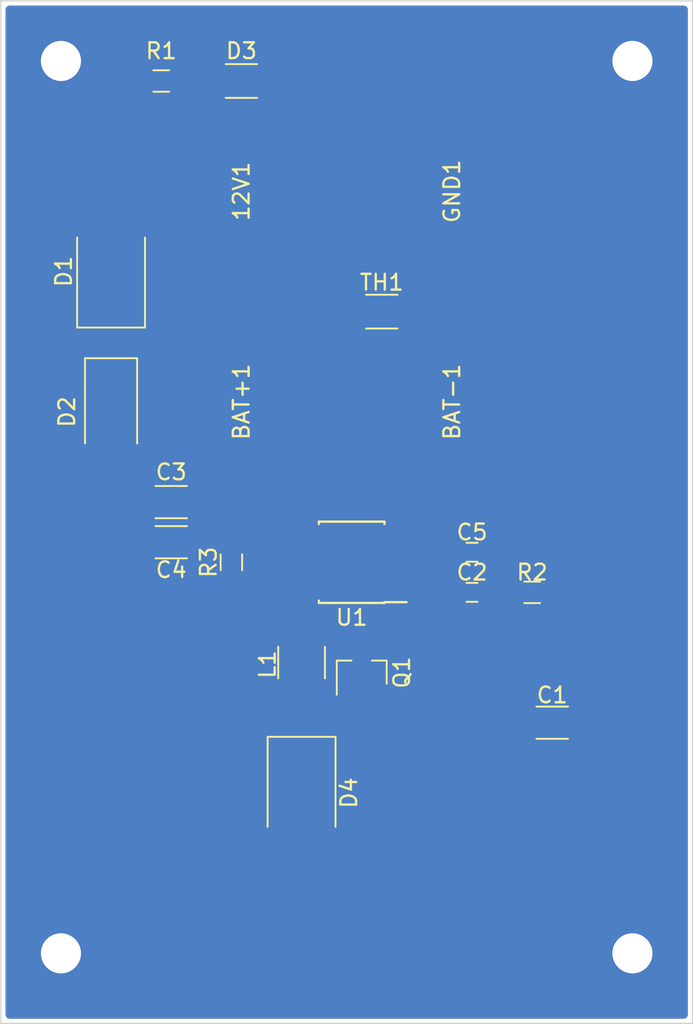
<source format=kicad_pcb>
(kicad_pcb (version 20171130) (host pcbnew 5.0.1-33cea8e~68~ubuntu16.04.1)

  (general
    (thickness 1.6)
    (drawings 4)
    (tracks 146)
    (zones 0)
    (modules 21)
    (nets 13)
  )

  (page A4)
  (layers
    (0 F.Cu signal)
    (31 B.Cu signal)
    (36 B.SilkS user)
    (37 F.SilkS user)
    (38 B.Mask user)
    (39 F.Mask user)
    (44 Edge.Cuts user)
    (45 Margin user hide)
    (46 B.CrtYd user hide)
    (47 F.CrtYd user hide)
  )

  (setup
    (last_trace_width 0.1524)
    (user_trace_width 0.25)
    (user_trace_width 0.5)
    (user_trace_width 0.75)
    (user_trace_width 1)
    (user_trace_width 1.5)
    (user_trace_width 2)
    (trace_clearance 0.1524)
    (zone_clearance 0.254)
    (zone_45_only yes)
    (trace_min 0.1524)
    (segment_width 0.2)
    (edge_width 0.1)
    (via_size 0.6858)
    (via_drill 0.3302)
    (via_min_size 0.6858)
    (via_min_drill 0.3302)
    (uvia_size 0.6858)
    (uvia_drill 0.3302)
    (uvias_allowed no)
    (uvia_min_size 0.2)
    (uvia_min_drill 0.1)
    (pcb_text_width 0.3)
    (pcb_text_size 1.5 1.5)
    (mod_edge_width 0.15)
    (mod_text_size 1 1)
    (mod_text_width 0.15)
    (pad_size 1.5 1.5)
    (pad_drill 0.6)
    (pad_to_mask_clearance 0.0508)
    (solder_mask_min_width 0.0508)
    (aux_axis_origin 0 0)
    (visible_elements FFFFFF7F)
    (pcbplotparams
      (layerselection 0x00030_80000001)
      (usegerberextensions false)
      (usegerberattributes false)
      (usegerberadvancedattributes false)
      (creategerberjobfile false)
      (excludeedgelayer true)
      (linewidth 0.500000)
      (plotframeref false)
      (viasonmask false)
      (mode 1)
      (useauxorigin false)
      (hpglpennumber 1)
      (hpglpenspeed 20)
      (hpglpendiameter 15.000000)
      (psnegative false)
      (psa4output false)
      (plotreference true)
      (plotvalue true)
      (plotinvisibletext false)
      (padsonsilk false)
      (subtractmaskfromsilk false)
      (outputformat 1)
      (mirror false)
      (drillshape 1)
      (scaleselection 1)
      (outputdirectory ""))
  )

  (net 0 "")
  (net 1 "Net-(C1-Pad1)")
  (net 2 GNDD)
  (net 3 "Net-(C2-Pad2)")
  (net 4 "Net-(C2-Pad1)")
  (net 5 BAT)
  (net 6 "Net-(D3-Pad1)")
  (net 7 "Net-(D3-Pad2)")
  (net 8 "Net-(D4-Pad1)")
  (net 9 "Net-(L1-Pad2)")
  (net 10 "Net-(Q1-Pad1)")
  (net 11 "Net-(TH1-Pad1)")
  (net 12 "Net-(12V1-Pad1)")

  (net_class Default "This is the default net class."
    (clearance 0.1524)
    (trace_width 0.1524)
    (via_dia 0.6858)
    (via_drill 0.3302)
    (uvia_dia 0.6858)
    (uvia_drill 0.3302)
    (add_net BAT)
    (add_net GNDD)
    (add_net "Net-(12V1-Pad1)")
    (add_net "Net-(C1-Pad1)")
    (add_net "Net-(C2-Pad1)")
    (add_net "Net-(C2-Pad2)")
    (add_net "Net-(D3-Pad1)")
    (add_net "Net-(D3-Pad2)")
    (add_net "Net-(D4-Pad1)")
    (add_net "Net-(L1-Pad2)")
    (add_net "Net-(Q1-Pad1)")
    (add_net "Net-(TH1-Pad1)")
  )

  (module MyKiCAD:SolderMask (layer F.Cu) (tedit 5BFE00D6) (tstamp 5BFE0646)
    (at 171.45 57.785)
    (path /5BFE0D85)
    (fp_text reference SolderMask1 (at 0 0.5) (layer F.SilkS) hide
      (effects (font (size 1 1) (thickness 0.15)))
    )
    (fp_text value TEST_1P (at 0 -0.5) (layer F.Fab)
      (effects (font (size 1 1) (thickness 0.15)))
    )
    (pad 1 smd circle (at 0 0) (size 1 1) (layers B.Cu B.Paste B.Mask)
      (net 2 GNDD))
  )

  (module TO_SOT_Packages_SMD:SOT-23 (layer F.Cu) (tedit 58CE4E7E) (tstamp 5A97A936)
    (at 151.765 99.06 90)
    (descr "SOT-23, Standard")
    (tags SOT-23)
    (path /5A9530CD)
    (attr smd)
    (fp_text reference Q1 (at 0 2.54 90) (layer F.SilkS)
      (effects (font (size 1 1) (thickness 0.15)))
    )
    (fp_text value "DMP3056L-7 " (at 0 2.5 90) (layer F.Fab)
      (effects (font (size 1 1) (thickness 0.15)))
    )
    (fp_text user %R (at 0 0 180) (layer F.Fab)
      (effects (font (size 0.5 0.5) (thickness 0.075)))
    )
    (fp_line (start -0.7 -0.95) (end -0.7 1.5) (layer F.Fab) (width 0.1))
    (fp_line (start -0.15 -1.52) (end 0.7 -1.52) (layer F.Fab) (width 0.1))
    (fp_line (start -0.7 -0.95) (end -0.15 -1.52) (layer F.Fab) (width 0.1))
    (fp_line (start 0.7 -1.52) (end 0.7 1.52) (layer F.Fab) (width 0.1))
    (fp_line (start -0.7 1.52) (end 0.7 1.52) (layer F.Fab) (width 0.1))
    (fp_line (start 0.76 1.58) (end 0.76 0.65) (layer F.SilkS) (width 0.12))
    (fp_line (start 0.76 -1.58) (end 0.76 -0.65) (layer F.SilkS) (width 0.12))
    (fp_line (start -1.7 -1.75) (end 1.7 -1.75) (layer F.CrtYd) (width 0.05))
    (fp_line (start 1.7 -1.75) (end 1.7 1.75) (layer F.CrtYd) (width 0.05))
    (fp_line (start 1.7 1.75) (end -1.7 1.75) (layer F.CrtYd) (width 0.05))
    (fp_line (start -1.7 1.75) (end -1.7 -1.75) (layer F.CrtYd) (width 0.05))
    (fp_line (start 0.76 -1.58) (end -1.4 -1.58) (layer F.SilkS) (width 0.12))
    (fp_line (start 0.76 1.58) (end -0.7 1.58) (layer F.SilkS) (width 0.12))
    (pad 1 smd rect (at -1 -0.95 90) (size 0.9 0.8) (layers F.Cu F.Paste F.Mask)
      (net 10 "Net-(Q1-Pad1)"))
    (pad 2 smd rect (at -1 0.95 90) (size 0.9 0.8) (layers F.Cu F.Paste F.Mask)
      (net 1 "Net-(C1-Pad1)"))
    (pad 3 smd rect (at 1 0 90) (size 0.9 0.8) (layers F.Cu F.Paste F.Mask)
      (net 8 "Net-(D4-Pad1)"))
    (model ${KISYS3DMOD}/TO_SOT_Packages_SMD.3dshapes/SOT-23.wrl
      (at (xyz 0 0 0))
      (scale (xyz 1 1 1))
      (rotate (xyz 0 0 0))
    )
  )

  (module Capacitors_SMD:C_1206 (layer F.Cu) (tedit 58AA84B8) (tstamp 5BFDF407)
    (at 163.83 102.235)
    (descr "Capacitor SMD 1206, reflow soldering, AVX (see smccp.pdf)")
    (tags "capacitor 1206")
    (path /5A8DD0BC)
    (attr smd)
    (fp_text reference C1 (at 0 -1.75) (layer F.SilkS)
      (effects (font (size 1 1) (thickness 0.15)))
    )
    (fp_text value 10uF/35V (at 0 2) (layer F.Fab)
      (effects (font (size 1 1) (thickness 0.15)))
    )
    (fp_text user %R (at 0 -1.75) (layer F.Fab)
      (effects (font (size 1 1) (thickness 0.15)))
    )
    (fp_line (start -1.6 0.8) (end -1.6 -0.8) (layer F.Fab) (width 0.1))
    (fp_line (start 1.6 0.8) (end -1.6 0.8) (layer F.Fab) (width 0.1))
    (fp_line (start 1.6 -0.8) (end 1.6 0.8) (layer F.Fab) (width 0.1))
    (fp_line (start -1.6 -0.8) (end 1.6 -0.8) (layer F.Fab) (width 0.1))
    (fp_line (start 1 -1.02) (end -1 -1.02) (layer F.SilkS) (width 0.12))
    (fp_line (start -1 1.02) (end 1 1.02) (layer F.SilkS) (width 0.12))
    (fp_line (start -2.25 -1.05) (end 2.25 -1.05) (layer F.CrtYd) (width 0.05))
    (fp_line (start -2.25 -1.05) (end -2.25 1.05) (layer F.CrtYd) (width 0.05))
    (fp_line (start 2.25 1.05) (end 2.25 -1.05) (layer F.CrtYd) (width 0.05))
    (fp_line (start 2.25 1.05) (end -2.25 1.05) (layer F.CrtYd) (width 0.05))
    (pad 1 smd rect (at -1.5 0) (size 1 1.6) (layers F.Cu F.Paste F.Mask)
      (net 1 "Net-(C1-Pad1)"))
    (pad 2 smd rect (at 1.5 0) (size 1 1.6) (layers F.Cu F.Paste F.Mask)
      (net 2 GNDD))
    (model Capacitors_SMD.3dshapes/C_1206.wrl
      (at (xyz 0 0 0))
      (scale (xyz 1 1 1))
      (rotate (xyz 0 0 0))
    )
  )

  (module Capacitors_SMD:C_0603 (layer F.Cu) (tedit 59958EE7) (tstamp 5A97A87F)
    (at 158.75 93.98)
    (descr "Capacitor SMD 0603, reflow soldering, AVX (see smccp.pdf)")
    (tags "capacitor 0603")
    (path /5A952A8C)
    (attr smd)
    (fp_text reference C2 (at 0 -1.27) (layer F.SilkS)
      (effects (font (size 1 1) (thickness 0.15)))
    )
    (fp_text value 0.47uF (at 0 1.5) (layer F.Fab)
      (effects (font (size 1 1) (thickness 0.15)))
    )
    (fp_line (start 1.4 0.65) (end -1.4 0.65) (layer F.CrtYd) (width 0.05))
    (fp_line (start 1.4 0.65) (end 1.4 -0.65) (layer F.CrtYd) (width 0.05))
    (fp_line (start -1.4 -0.65) (end -1.4 0.65) (layer F.CrtYd) (width 0.05))
    (fp_line (start -1.4 -0.65) (end 1.4 -0.65) (layer F.CrtYd) (width 0.05))
    (fp_line (start 0.35 0.6) (end -0.35 0.6) (layer F.SilkS) (width 0.12))
    (fp_line (start -0.35 -0.6) (end 0.35 -0.6) (layer F.SilkS) (width 0.12))
    (fp_line (start -0.8 -0.4) (end 0.8 -0.4) (layer F.Fab) (width 0.1))
    (fp_line (start 0.8 -0.4) (end 0.8 0.4) (layer F.Fab) (width 0.1))
    (fp_line (start 0.8 0.4) (end -0.8 0.4) (layer F.Fab) (width 0.1))
    (fp_line (start -0.8 0.4) (end -0.8 -0.4) (layer F.Fab) (width 0.1))
    (fp_text user %R (at 0 0) (layer F.Fab)
      (effects (font (size 0.3 0.3) (thickness 0.075)))
    )
    (pad 2 smd rect (at 0.75 0) (size 0.8 0.75) (layers F.Cu F.Paste F.Mask)
      (net 3 "Net-(C2-Pad2)"))
    (pad 1 smd rect (at -0.75 0) (size 0.8 0.75) (layers F.Cu F.Paste F.Mask)
      (net 4 "Net-(C2-Pad1)"))
    (model Capacitors_SMD.3dshapes/C_0603.wrl
      (at (xyz 0 0 0))
      (scale (xyz 1 1 1))
      (rotate (xyz 0 0 0))
    )
  )

  (module Diodes_SMD:D_SMB (layer F.Cu) (tedit 58645DF3) (tstamp 5A97A8B9)
    (at 135.89 73.66 90)
    (descr "Diode SMB (DO-214AA)")
    (tags "Diode SMB (DO-214AA)")
    (path /5A8DCFD6)
    (attr smd)
    (fp_text reference D1 (at 0 -3 90) (layer F.SilkS)
      (effects (font (size 1 1) (thickness 0.15)))
    )
    (fp_text value S3JB (at 0 3.1 90) (layer F.Fab)
      (effects (font (size 1 1) (thickness 0.15)))
    )
    (fp_text user %R (at 0 -3 90) (layer F.Fab)
      (effects (font (size 1 1) (thickness 0.15)))
    )
    (fp_line (start -3.55 -2.15) (end -3.55 2.15) (layer F.SilkS) (width 0.12))
    (fp_line (start 2.3 2) (end -2.3 2) (layer F.Fab) (width 0.1))
    (fp_line (start -2.3 2) (end -2.3 -2) (layer F.Fab) (width 0.1))
    (fp_line (start 2.3 -2) (end 2.3 2) (layer F.Fab) (width 0.1))
    (fp_line (start 2.3 -2) (end -2.3 -2) (layer F.Fab) (width 0.1))
    (fp_line (start -3.65 -2.25) (end 3.65 -2.25) (layer F.CrtYd) (width 0.05))
    (fp_line (start 3.65 -2.25) (end 3.65 2.25) (layer F.CrtYd) (width 0.05))
    (fp_line (start 3.65 2.25) (end -3.65 2.25) (layer F.CrtYd) (width 0.05))
    (fp_line (start -3.65 2.25) (end -3.65 -2.25) (layer F.CrtYd) (width 0.05))
    (fp_line (start -0.64944 0.00102) (end -1.55114 0.00102) (layer F.Fab) (width 0.1))
    (fp_line (start 0.50118 0.00102) (end 1.4994 0.00102) (layer F.Fab) (width 0.1))
    (fp_line (start -0.64944 -0.79908) (end -0.64944 0.80112) (layer F.Fab) (width 0.1))
    (fp_line (start 0.50118 0.75032) (end 0.50118 -0.79908) (layer F.Fab) (width 0.1))
    (fp_line (start -0.64944 0.00102) (end 0.50118 0.75032) (layer F.Fab) (width 0.1))
    (fp_line (start -0.64944 0.00102) (end 0.50118 -0.79908) (layer F.Fab) (width 0.1))
    (fp_line (start -3.55 2.15) (end 2.15 2.15) (layer F.SilkS) (width 0.12))
    (fp_line (start -3.55 -2.15) (end 2.15 -2.15) (layer F.SilkS) (width 0.12))
    (pad 1 smd rect (at -2.15 0 90) (size 2.5 2.3) (layers F.Cu F.Paste F.Mask)
      (net 1 "Net-(C1-Pad1)"))
    (pad 2 smd rect (at 2.15 0 90) (size 2.5 2.3) (layers F.Cu F.Paste F.Mask)
      (net 12 "Net-(12V1-Pad1)"))
    (model ${KISYS3DMOD}/Diodes_SMD.3dshapes/D_SMB.wrl
      (at (xyz 0 0 0))
      (scale (xyz 1 1 1))
      (rotate (xyz 0 0 0))
    )
  )

  (module Diodes_SMD:D_SMA (layer F.Cu) (tedit 586432E5) (tstamp 5A97A8D1)
    (at 135.89 82.55 270)
    (descr "Diode SMA (DO-214AC)")
    (tags "Diode SMA (DO-214AC)")
    (path /5A8DCE57)
    (attr smd)
    (fp_text reference D2 (at 0 2.794 270) (layer F.SilkS)
      (effects (font (size 1 1) (thickness 0.15)))
    )
    (fp_text value TPSMA6L16A (at 0 2.6 270) (layer F.Fab)
      (effects (font (size 1 1) (thickness 0.15)))
    )
    (fp_text user %R (at 0 -2.5 270) (layer F.Fab)
      (effects (font (size 1 1) (thickness 0.15)))
    )
    (fp_line (start -3.4 -1.65) (end -3.4 1.65) (layer F.SilkS) (width 0.12))
    (fp_line (start 2.3 1.5) (end -2.3 1.5) (layer F.Fab) (width 0.1))
    (fp_line (start -2.3 1.5) (end -2.3 -1.5) (layer F.Fab) (width 0.1))
    (fp_line (start 2.3 -1.5) (end 2.3 1.5) (layer F.Fab) (width 0.1))
    (fp_line (start 2.3 -1.5) (end -2.3 -1.5) (layer F.Fab) (width 0.1))
    (fp_line (start -3.5 -1.75) (end 3.5 -1.75) (layer F.CrtYd) (width 0.05))
    (fp_line (start 3.5 -1.75) (end 3.5 1.75) (layer F.CrtYd) (width 0.05))
    (fp_line (start 3.5 1.75) (end -3.5 1.75) (layer F.CrtYd) (width 0.05))
    (fp_line (start -3.5 1.75) (end -3.5 -1.75) (layer F.CrtYd) (width 0.05))
    (fp_line (start -0.64944 0.00102) (end -1.55114 0.00102) (layer F.Fab) (width 0.1))
    (fp_line (start 0.50118 0.00102) (end 1.4994 0.00102) (layer F.Fab) (width 0.1))
    (fp_line (start -0.64944 -0.79908) (end -0.64944 0.80112) (layer F.Fab) (width 0.1))
    (fp_line (start 0.50118 0.75032) (end 0.50118 -0.79908) (layer F.Fab) (width 0.1))
    (fp_line (start -0.64944 0.00102) (end 0.50118 0.75032) (layer F.Fab) (width 0.1))
    (fp_line (start -0.64944 0.00102) (end 0.50118 -0.79908) (layer F.Fab) (width 0.1))
    (fp_line (start -3.4 1.65) (end 2 1.65) (layer F.SilkS) (width 0.12))
    (fp_line (start -3.4 -1.65) (end 2 -1.65) (layer F.SilkS) (width 0.12))
    (pad 1 smd rect (at -2 0 270) (size 2.5 1.8) (layers F.Cu F.Paste F.Mask)
      (net 1 "Net-(C1-Pad1)"))
    (pad 2 smd rect (at 2 0 270) (size 2.5 1.8) (layers F.Cu F.Paste F.Mask)
      (net 2 GNDD))
    (model ${KISYS3DMOD}/Diodes_SMD.3dshapes/D_SMA.wrl
      (at (xyz 0 0 0))
      (scale (xyz 1 1 1))
      (rotate (xyz 0 0 0))
    )
  )

  (module Diodes_SMD:D_SMB (layer F.Cu) (tedit 58645DF3) (tstamp 5A97A8FC)
    (at 147.955 106.68 270)
    (descr "Diode SMB (DO-214AA)")
    (tags "Diode SMB (DO-214AA)")
    (path /5A951B97)
    (attr smd)
    (fp_text reference D4 (at 0 -3 270) (layer F.SilkS)
      (effects (font (size 1 1) (thickness 0.15)))
    )
    (fp_text value B230ADICT-ND (at 0 3.1 270) (layer F.Fab)
      (effects (font (size 1 1) (thickness 0.15)))
    )
    (fp_text user %R (at 0 -3 270) (layer F.Fab)
      (effects (font (size 1 1) (thickness 0.15)))
    )
    (fp_line (start -3.55 -2.15) (end -3.55 2.15) (layer F.SilkS) (width 0.12))
    (fp_line (start 2.3 2) (end -2.3 2) (layer F.Fab) (width 0.1))
    (fp_line (start -2.3 2) (end -2.3 -2) (layer F.Fab) (width 0.1))
    (fp_line (start 2.3 -2) (end 2.3 2) (layer F.Fab) (width 0.1))
    (fp_line (start 2.3 -2) (end -2.3 -2) (layer F.Fab) (width 0.1))
    (fp_line (start -3.65 -2.25) (end 3.65 -2.25) (layer F.CrtYd) (width 0.05))
    (fp_line (start 3.65 -2.25) (end 3.65 2.25) (layer F.CrtYd) (width 0.05))
    (fp_line (start 3.65 2.25) (end -3.65 2.25) (layer F.CrtYd) (width 0.05))
    (fp_line (start -3.65 2.25) (end -3.65 -2.25) (layer F.CrtYd) (width 0.05))
    (fp_line (start -0.64944 0.00102) (end -1.55114 0.00102) (layer F.Fab) (width 0.1))
    (fp_line (start 0.50118 0.00102) (end 1.4994 0.00102) (layer F.Fab) (width 0.1))
    (fp_line (start -0.64944 -0.79908) (end -0.64944 0.80112) (layer F.Fab) (width 0.1))
    (fp_line (start 0.50118 0.75032) (end 0.50118 -0.79908) (layer F.Fab) (width 0.1))
    (fp_line (start -0.64944 0.00102) (end 0.50118 0.75032) (layer F.Fab) (width 0.1))
    (fp_line (start -0.64944 0.00102) (end 0.50118 -0.79908) (layer F.Fab) (width 0.1))
    (fp_line (start -3.55 2.15) (end 2.15 2.15) (layer F.SilkS) (width 0.12))
    (fp_line (start -3.55 -2.15) (end 2.15 -2.15) (layer F.SilkS) (width 0.12))
    (pad 1 smd rect (at -2.15 0 270) (size 2.5 2.3) (layers F.Cu F.Paste F.Mask)
      (net 8 "Net-(D4-Pad1)"))
    (pad 2 smd rect (at 2.15 0 270) (size 2.5 2.3) (layers F.Cu F.Paste F.Mask)
      (net 2 GNDD))
    (model ${KISYS3DMOD}/Diodes_SMD.3dshapes/D_SMB.wrl
      (at (xyz 0 0 0))
      (scale (xyz 1 1 1))
      (rotate (xyz 0 0 0))
    )
  )

  (module Inductors_SMD:L_1210 (layer F.Cu) (tedit 58307C54) (tstamp 5BFDF53D)
    (at 147.955 98.425 90)
    (descr "Resistor SMD 1210, reflow soldering, Vishay (see dcrcw.pdf)")
    (tags "resistor 1210")
    (path /5A951C5E)
    (attr smd)
    (fp_text reference L1 (at -0.127 -2.159 90) (layer F.SilkS)
      (effects (font (size 1 1) (thickness 0.15)))
    )
    (fp_text value 10uH (at 0 2.7 90) (layer F.Fab)
      (effects (font (size 1 1) (thickness 0.15)))
    )
    (fp_text user %R (at 0 0 90) (layer F.Fab)
      (effects (font (size 0.5 0.5) (thickness 0.075)))
    )
    (fp_line (start -1.6 1.25) (end -1.6 -1.25) (layer F.Fab) (width 0.1))
    (fp_line (start 1.6 1.25) (end -1.6 1.25) (layer F.Fab) (width 0.1))
    (fp_line (start 1.6 -1.25) (end 1.6 1.25) (layer F.Fab) (width 0.1))
    (fp_line (start -1.6 -1.25) (end 1.6 -1.25) (layer F.Fab) (width 0.1))
    (fp_line (start -2.2 -1.6) (end 2.2 -1.6) (layer F.CrtYd) (width 0.05))
    (fp_line (start -2.2 1.6) (end 2.2 1.6) (layer F.CrtYd) (width 0.05))
    (fp_line (start -2.2 -1.6) (end -2.2 1.6) (layer F.CrtYd) (width 0.05))
    (fp_line (start 2.2 -1.6) (end 2.2 1.6) (layer F.CrtYd) (width 0.05))
    (fp_line (start 1 1.48) (end -1 1.48) (layer F.SilkS) (width 0.12))
    (fp_line (start -1 -1.48) (end 1 -1.48) (layer F.SilkS) (width 0.12))
    (pad 1 smd rect (at -1.45 0 90) (size 0.9 2.5) (layers F.Cu F.Paste F.Mask)
      (net 8 "Net-(D4-Pad1)"))
    (pad 2 smd rect (at 1.45 0 90) (size 0.9 2.5) (layers F.Cu F.Paste F.Mask)
      (net 9 "Net-(L1-Pad2)"))
    (model ${KISYS3DMOD}/Inductors_SMD.3dshapes/L_1210.wrl
      (at (xyz 0 0 0))
      (scale (xyz 1 1 1))
      (rotate (xyz 0 0 0))
    )
  )

  (module Resistors_SMD:R_0603 (layer F.Cu) (tedit 58E0A804) (tstamp 5A97A947)
    (at 139.065 61.595)
    (descr "Resistor SMD 0603, reflow soldering, Vishay (see dcrcw.pdf)")
    (tags "resistor 0603")
    (path /5A951B08)
    (attr smd)
    (fp_text reference R1 (at 0 -1.905) (layer F.SilkS)
      (effects (font (size 1 1) (thickness 0.15)))
    )
    (fp_text value 1k (at 0 1.5) (layer F.Fab)
      (effects (font (size 1 1) (thickness 0.15)))
    )
    (fp_text user %R (at 0 0) (layer F.Fab)
      (effects (font (size 0.4 0.4) (thickness 0.075)))
    )
    (fp_line (start -0.8 0.4) (end -0.8 -0.4) (layer F.Fab) (width 0.1))
    (fp_line (start 0.8 0.4) (end -0.8 0.4) (layer F.Fab) (width 0.1))
    (fp_line (start 0.8 -0.4) (end 0.8 0.4) (layer F.Fab) (width 0.1))
    (fp_line (start -0.8 -0.4) (end 0.8 -0.4) (layer F.Fab) (width 0.1))
    (fp_line (start 0.5 0.68) (end -0.5 0.68) (layer F.SilkS) (width 0.12))
    (fp_line (start -0.5 -0.68) (end 0.5 -0.68) (layer F.SilkS) (width 0.12))
    (fp_line (start -1.25 -0.7) (end 1.25 -0.7) (layer F.CrtYd) (width 0.05))
    (fp_line (start -1.25 -0.7) (end -1.25 0.7) (layer F.CrtYd) (width 0.05))
    (fp_line (start 1.25 0.7) (end 1.25 -0.7) (layer F.CrtYd) (width 0.05))
    (fp_line (start 1.25 0.7) (end -1.25 0.7) (layer F.CrtYd) (width 0.05))
    (pad 1 smd rect (at -0.75 0) (size 0.5 0.9) (layers F.Cu F.Paste F.Mask)
      (net 5 BAT))
    (pad 2 smd rect (at 0.75 0) (size 0.5 0.9) (layers F.Cu F.Paste F.Mask)
      (net 7 "Net-(D3-Pad2)"))
    (model ${KISYS3DMOD}/Resistors_SMD.3dshapes/R_0603.wrl
      (at (xyz 0 0 0))
      (scale (xyz 1 1 1))
      (rotate (xyz 0 0 0))
    )
  )

  (module Resistors_SMD:R_0603 (layer F.Cu) (tedit 58E0A804) (tstamp 5A97A958)
    (at 162.56 93.98 180)
    (descr "Resistor SMD 0603, reflow soldering, Vishay (see dcrcw.pdf)")
    (tags "resistor 0603")
    (path /5A952AFE)
    (attr smd)
    (fp_text reference R2 (at 0 1.27 180) (layer F.SilkS)
      (effects (font (size 1 1) (thickness 0.15)))
    )
    (fp_text value 2.2k (at 0 1.5 180) (layer F.Fab)
      (effects (font (size 1 1) (thickness 0.15)))
    )
    (fp_text user %R (at 0 0 180) (layer F.Fab)
      (effects (font (size 0.4 0.4) (thickness 0.075)))
    )
    (fp_line (start -0.8 0.4) (end -0.8 -0.4) (layer F.Fab) (width 0.1))
    (fp_line (start 0.8 0.4) (end -0.8 0.4) (layer F.Fab) (width 0.1))
    (fp_line (start 0.8 -0.4) (end 0.8 0.4) (layer F.Fab) (width 0.1))
    (fp_line (start -0.8 -0.4) (end 0.8 -0.4) (layer F.Fab) (width 0.1))
    (fp_line (start 0.5 0.68) (end -0.5 0.68) (layer F.SilkS) (width 0.12))
    (fp_line (start -0.5 -0.68) (end 0.5 -0.68) (layer F.SilkS) (width 0.12))
    (fp_line (start -1.25 -0.7) (end 1.25 -0.7) (layer F.CrtYd) (width 0.05))
    (fp_line (start -1.25 -0.7) (end -1.25 0.7) (layer F.CrtYd) (width 0.05))
    (fp_line (start 1.25 0.7) (end 1.25 -0.7) (layer F.CrtYd) (width 0.05))
    (fp_line (start 1.25 0.7) (end -1.25 0.7) (layer F.CrtYd) (width 0.05))
    (pad 1 smd rect (at -0.75 0 180) (size 0.5 0.9) (layers F.Cu F.Paste F.Mask)
      (net 2 GNDD))
    (pad 2 smd rect (at 0.75 0 180) (size 0.5 0.9) (layers F.Cu F.Paste F.Mask)
      (net 3 "Net-(C2-Pad2)"))
    (model ${KISYS3DMOD}/Resistors_SMD.3dshapes/R_0603.wrl
      (at (xyz 0 0 0))
      (scale (xyz 1 1 1))
      (rotate (xyz 0 0 0))
    )
  )

  (module Resistors_SMD:R_0603 (layer F.Cu) (tedit 58E0A804) (tstamp 5A97A969)
    (at 143.51 92.075 90)
    (descr "Resistor SMD 0603, reflow soldering, Vishay (see dcrcw.pdf)")
    (tags "resistor 0603")
    (path /5A951DA0)
    (attr smd)
    (fp_text reference R3 (at 0 -1.45 90) (layer F.SilkS)
      (effects (font (size 1 1) (thickness 0.15)))
    )
    (fp_text value 0.15/1% (at 0 1.5 90) (layer F.Fab)
      (effects (font (size 1 1) (thickness 0.15)))
    )
    (fp_text user %R (at 0 0 90) (layer F.Fab)
      (effects (font (size 0.4 0.4) (thickness 0.075)))
    )
    (fp_line (start -0.8 0.4) (end -0.8 -0.4) (layer F.Fab) (width 0.1))
    (fp_line (start 0.8 0.4) (end -0.8 0.4) (layer F.Fab) (width 0.1))
    (fp_line (start 0.8 -0.4) (end 0.8 0.4) (layer F.Fab) (width 0.1))
    (fp_line (start -0.8 -0.4) (end 0.8 -0.4) (layer F.Fab) (width 0.1))
    (fp_line (start 0.5 0.68) (end -0.5 0.68) (layer F.SilkS) (width 0.12))
    (fp_line (start -0.5 -0.68) (end 0.5 -0.68) (layer F.SilkS) (width 0.12))
    (fp_line (start -1.25 -0.7) (end 1.25 -0.7) (layer F.CrtYd) (width 0.05))
    (fp_line (start -1.25 -0.7) (end -1.25 0.7) (layer F.CrtYd) (width 0.05))
    (fp_line (start 1.25 0.7) (end 1.25 -0.7) (layer F.CrtYd) (width 0.05))
    (fp_line (start 1.25 0.7) (end -1.25 0.7) (layer F.CrtYd) (width 0.05))
    (pad 1 smd rect (at -0.75 0 90) (size 0.5 0.9) (layers F.Cu F.Paste F.Mask)
      (net 9 "Net-(L1-Pad2)"))
    (pad 2 smd rect (at 0.75 0 90) (size 0.5 0.9) (layers F.Cu F.Paste F.Mask)
      (net 5 BAT))
    (model ${KISYS3DMOD}/Resistors_SMD.3dshapes/R_0603.wrl
      (at (xyz 0 0 0))
      (scale (xyz 1 1 1))
      (rotate (xyz 0 0 0))
    )
  )

  (module Capacitors_SMD:C_0603 (layer F.Cu) (tedit 59958EE7) (tstamp 5A97B22F)
    (at 158.75 91.44)
    (descr "Capacitor SMD 0603, reflow soldering, AVX (see smccp.pdf)")
    (tags "capacitor 0603")
    (path /5A956177)
    (attr smd)
    (fp_text reference C5 (at 0 -1.27) (layer F.SilkS)
      (effects (font (size 1 1) (thickness 0.15)))
    )
    (fp_text value 100n (at 0 1.5) (layer F.Fab)
      (effects (font (size 1 1) (thickness 0.15)))
    )
    (fp_line (start 1.4 0.65) (end -1.4 0.65) (layer F.CrtYd) (width 0.05))
    (fp_line (start 1.4 0.65) (end 1.4 -0.65) (layer F.CrtYd) (width 0.05))
    (fp_line (start -1.4 -0.65) (end -1.4 0.65) (layer F.CrtYd) (width 0.05))
    (fp_line (start -1.4 -0.65) (end 1.4 -0.65) (layer F.CrtYd) (width 0.05))
    (fp_line (start 0.35 0.6) (end -0.35 0.6) (layer F.SilkS) (width 0.12))
    (fp_line (start -0.35 -0.6) (end 0.35 -0.6) (layer F.SilkS) (width 0.12))
    (fp_line (start -0.8 -0.4) (end 0.8 -0.4) (layer F.Fab) (width 0.1))
    (fp_line (start 0.8 -0.4) (end 0.8 0.4) (layer F.Fab) (width 0.1))
    (fp_line (start 0.8 0.4) (end -0.8 0.4) (layer F.Fab) (width 0.1))
    (fp_line (start -0.8 0.4) (end -0.8 -0.4) (layer F.Fab) (width 0.1))
    (fp_text user %R (at 0 0) (layer F.Fab)
      (effects (font (size 0.3 0.3) (thickness 0.075)))
    )
    (pad 2 smd rect (at 0.75 0) (size 0.8 0.75) (layers F.Cu F.Paste F.Mask)
      (net 2 GNDD))
    (pad 1 smd rect (at -0.75 0) (size 0.8 0.75) (layers F.Cu F.Paste F.Mask)
      (net 1 "Net-(C1-Pad1)"))
    (model Capacitors_SMD.3dshapes/C_0603.wrl
      (at (xyz 0 0 0))
      (scale (xyz 1 1 1))
      (rotate (xyz 0 0 0))
    )
  )

  (module Capacitors_SMD:C_1206 (layer F.Cu) (tedit 58AA84B8) (tstamp 5A97B816)
    (at 139.7 88.265 180)
    (descr "Capacitor SMD 1206, reflow soldering, AVX (see smccp.pdf)")
    (tags "capacitor 1206")
    (path /5A951A62)
    (attr smd)
    (fp_text reference C3 (at 0 1.905 180) (layer F.SilkS)
      (effects (font (size 1 1) (thickness 0.15)))
    )
    (fp_text value 10uF/35V (at 0 2 180) (layer F.Fab)
      (effects (font (size 1 1) (thickness 0.15)))
    )
    (fp_text user %R (at 0 -1.75 180) (layer F.Fab)
      (effects (font (size 1 1) (thickness 0.15)))
    )
    (fp_line (start -1.6 0.8) (end -1.6 -0.8) (layer F.Fab) (width 0.1))
    (fp_line (start 1.6 0.8) (end -1.6 0.8) (layer F.Fab) (width 0.1))
    (fp_line (start 1.6 -0.8) (end 1.6 0.8) (layer F.Fab) (width 0.1))
    (fp_line (start -1.6 -0.8) (end 1.6 -0.8) (layer F.Fab) (width 0.1))
    (fp_line (start 1 -1.02) (end -1 -1.02) (layer F.SilkS) (width 0.12))
    (fp_line (start -1 1.02) (end 1 1.02) (layer F.SilkS) (width 0.12))
    (fp_line (start -2.25 -1.05) (end 2.25 -1.05) (layer F.CrtYd) (width 0.05))
    (fp_line (start -2.25 -1.05) (end -2.25 1.05) (layer F.CrtYd) (width 0.05))
    (fp_line (start 2.25 1.05) (end 2.25 -1.05) (layer F.CrtYd) (width 0.05))
    (fp_line (start 2.25 1.05) (end -2.25 1.05) (layer F.CrtYd) (width 0.05))
    (pad 1 smd rect (at -1.5 0 180) (size 1 1.6) (layers F.Cu F.Paste F.Mask)
      (net 5 BAT))
    (pad 2 smd rect (at 1.5 0 180) (size 1 1.6) (layers F.Cu F.Paste F.Mask)
      (net 2 GNDD))
    (model Capacitors_SMD.3dshapes/C_1206.wrl
      (at (xyz 0 0 0))
      (scale (xyz 1 1 1))
      (rotate (xyz 0 0 0))
    )
  )

  (module Capacitors_SMD:C_1206 (layer F.Cu) (tedit 58AA84B8) (tstamp 5A97B826)
    (at 139.7 90.805 180)
    (descr "Capacitor SMD 1206, reflow soldering, AVX (see smccp.pdf)")
    (tags "capacitor 1206")
    (path /5A9519B9)
    (attr smd)
    (fp_text reference C4 (at 0 -1.75 180) (layer F.SilkS)
      (effects (font (size 1 1) (thickness 0.15)))
    )
    (fp_text value 10uF/35V (at 0 2 180) (layer F.Fab)
      (effects (font (size 1 1) (thickness 0.15)))
    )
    (fp_text user %R (at 0 -1.75 180) (layer F.Fab)
      (effects (font (size 1 1) (thickness 0.15)))
    )
    (fp_line (start -1.6 0.8) (end -1.6 -0.8) (layer F.Fab) (width 0.1))
    (fp_line (start 1.6 0.8) (end -1.6 0.8) (layer F.Fab) (width 0.1))
    (fp_line (start 1.6 -0.8) (end 1.6 0.8) (layer F.Fab) (width 0.1))
    (fp_line (start -1.6 -0.8) (end 1.6 -0.8) (layer F.Fab) (width 0.1))
    (fp_line (start 1 -1.02) (end -1 -1.02) (layer F.SilkS) (width 0.12))
    (fp_line (start -1 1.02) (end 1 1.02) (layer F.SilkS) (width 0.12))
    (fp_line (start -2.25 -1.05) (end 2.25 -1.05) (layer F.CrtYd) (width 0.05))
    (fp_line (start -2.25 -1.05) (end -2.25 1.05) (layer F.CrtYd) (width 0.05))
    (fp_line (start 2.25 1.05) (end 2.25 -1.05) (layer F.CrtYd) (width 0.05))
    (fp_line (start 2.25 1.05) (end -2.25 1.05) (layer F.CrtYd) (width 0.05))
    (pad 1 smd rect (at -1.5 0 180) (size 1 1.6) (layers F.Cu F.Paste F.Mask)
      (net 5 BAT))
    (pad 2 smd rect (at 1.5 0 180) (size 1 1.6) (layers F.Cu F.Paste F.Mask)
      (net 2 GNDD))
    (model Capacitors_SMD.3dshapes/C_1206.wrl
      (at (xyz 0 0 0))
      (scale (xyz 1 1 1))
      (rotate (xyz 0 0 0))
    )
  )

  (module MyKiCAD:TerminalPad3x8 (layer F.Cu) (tedit 5A950A85) (tstamp 5A980A88)
    (at 147.32 68.58)
    (path /5A954668)
    (fp_text reference 12V1 (at -3.175 0 90) (layer F.SilkS)
      (effects (font (size 1 1) (thickness 0.15)))
    )
    (fp_text value TEST_1P (at 0 -0.5) (layer F.Fab)
      (effects (font (size 1 1) (thickness 0.15)))
    )
    (pad 1 smd rect (at 0 0) (size 3 8) (layers F.Cu F.Paste F.Mask)
      (net 12 "Net-(12V1-Pad1)"))
  )

  (module MyKiCAD:TerminalPad3x8 (layer F.Cu) (tedit 5A950A85) (tstamp 5A980A8C)
    (at 147.32 81.915)
    (path /5A9547F7)
    (fp_text reference BAT+1 (at -3.175 0 90) (layer F.SilkS)
      (effects (font (size 1 1) (thickness 0.15)))
    )
    (fp_text value TEST_1P (at 0 -0.5) (layer F.Fab)
      (effects (font (size 1 1) (thickness 0.15)))
    )
    (pad 1 smd rect (at 0 0) (size 3 8) (layers F.Cu F.Paste F.Mask)
      (net 5 BAT))
  )

  (module MyKiCAD:TerminalPad3x8 (layer F.Cu) (tedit 5A950A85) (tstamp 5A980A90)
    (at 154.305 81.915)
    (path /5A9548A9)
    (fp_text reference BAT-1 (at 3.175 0 90) (layer F.SilkS)
      (effects (font (size 1 1) (thickness 0.15)))
    )
    (fp_text value TEST_1P (at 0 -0.5) (layer F.Fab)
      (effects (font (size 1 1) (thickness 0.15)))
    )
    (pad 1 smd rect (at 0 0) (size 3 8) (layers F.Cu F.Paste F.Mask)
      (net 2 GNDD))
  )

  (module MyKiCAD:TerminalPad3x8 (layer F.Cu) (tedit 5A950A85) (tstamp 5A980A94)
    (at 154.305 68.58)
    (path /5A954755)
    (fp_text reference GND1 (at 3.175 0 90) (layer F.SilkS)
      (effects (font (size 1 1) (thickness 0.15)))
    )
    (fp_text value TEST_1P (at 0 -0.5) (layer F.Fab)
      (effects (font (size 1 1) (thickness 0.15)))
    )
    (pad 1 smd rect (at 0 0) (size 3 8) (layers F.Cu F.Paste F.Mask)
      (net 2 GNDD))
  )

  (module Housings_SOIC:SOIC-8_3.9x4.9mm_Pitch1.27mm (layer F.Cu) (tedit 58CD0CDA) (tstamp 5A95E54E)
    (at 151.13 92.075 180)
    (descr "8-Lead Plastic Small Outline (SN) - Narrow, 3.90 mm Body [SOIC] (see Microchip Packaging Specification 00000049BS.pdf)")
    (tags "SOIC 1.27")
    (path /5A951902)
    (attr smd)
    (fp_text reference U1 (at 0 -3.5 180) (layer F.SilkS)
      (effects (font (size 1 1) (thickness 0.15)))
    )
    (fp_text value LTC4002 (at 0 3.5 180) (layer F.Fab)
      (effects (font (size 1 1) (thickness 0.15)))
    )
    (fp_text user %R (at 0 0 180) (layer F.Fab)
      (effects (font (size 1 1) (thickness 0.15)))
    )
    (fp_line (start -0.95 -2.45) (end 1.95 -2.45) (layer F.Fab) (width 0.1))
    (fp_line (start 1.95 -2.45) (end 1.95 2.45) (layer F.Fab) (width 0.1))
    (fp_line (start 1.95 2.45) (end -1.95 2.45) (layer F.Fab) (width 0.1))
    (fp_line (start -1.95 2.45) (end -1.95 -1.45) (layer F.Fab) (width 0.1))
    (fp_line (start -1.95 -1.45) (end -0.95 -2.45) (layer F.Fab) (width 0.1))
    (fp_line (start -3.73 -2.7) (end -3.73 2.7) (layer F.CrtYd) (width 0.05))
    (fp_line (start 3.73 -2.7) (end 3.73 2.7) (layer F.CrtYd) (width 0.05))
    (fp_line (start -3.73 -2.7) (end 3.73 -2.7) (layer F.CrtYd) (width 0.05))
    (fp_line (start -3.73 2.7) (end 3.73 2.7) (layer F.CrtYd) (width 0.05))
    (fp_line (start -2.075 -2.575) (end -2.075 -2.525) (layer F.SilkS) (width 0.15))
    (fp_line (start 2.075 -2.575) (end 2.075 -2.43) (layer F.SilkS) (width 0.15))
    (fp_line (start 2.075 2.575) (end 2.075 2.43) (layer F.SilkS) (width 0.15))
    (fp_line (start -2.075 2.575) (end -2.075 2.43) (layer F.SilkS) (width 0.15))
    (fp_line (start -2.075 -2.575) (end 2.075 -2.575) (layer F.SilkS) (width 0.15))
    (fp_line (start -2.075 2.575) (end 2.075 2.575) (layer F.SilkS) (width 0.15))
    (fp_line (start -2.075 -2.525) (end -3.475 -2.525) (layer F.SilkS) (width 0.15))
    (pad 1 smd rect (at -2.7 -1.905 180) (size 1.55 0.6) (layers F.Cu F.Paste F.Mask)
      (net 4 "Net-(C2-Pad1)"))
    (pad 2 smd rect (at -2.7 -0.635 180) (size 1.55 0.6) (layers F.Cu F.Paste F.Mask)
      (net 1 "Net-(C1-Pad1)"))
    (pad 3 smd rect (at -2.7 0.635 180) (size 1.55 0.6) (layers F.Cu F.Paste F.Mask)
      (net 10 "Net-(Q1-Pad1)"))
    (pad 4 smd rect (at -2.7 1.905 180) (size 1.55 0.6) (layers F.Cu F.Paste F.Mask)
      (net 2 GNDD))
    (pad 5 smd rect (at 2.7 1.905 180) (size 1.55 0.6) (layers F.Cu F.Paste F.Mask)
      (net 6 "Net-(D3-Pad1)"))
    (pad 6 smd rect (at 2.7 0.635 180) (size 1.55 0.6) (layers F.Cu F.Paste F.Mask)
      (net 5 BAT))
    (pad 7 smd rect (at 2.7 -0.635 180) (size 1.55 0.6) (layers F.Cu F.Paste F.Mask)
      (net 9 "Net-(L1-Pad2)"))
    (pad 8 smd rect (at 2.7 -1.905 180) (size 1.55 0.6) (layers F.Cu F.Paste F.Mask)
      (net 11 "Net-(TH1-Pad1)"))
    (model ${KISYS3DMOD}/Housings_SOIC.3dshapes/SOIC-8_3.9x4.9mm_Pitch1.27mm.wrl
      (at (xyz 0 0 0))
      (scale (xyz 1 1 1))
      (rotate (xyz 0 0 0))
    )
  )

  (module Resistors_SMD:R_1206_HandSoldering (layer F.Cu) (tedit 58E0A804) (tstamp 5A95EDB7)
    (at 144.145 61.595 180)
    (descr "Resistor SMD 1206, hand soldering")
    (tags "resistor 1206")
    (path /5A951D34)
    (attr smd)
    (fp_text reference D3 (at 0 1.905 180) (layer F.SilkS)
      (effects (font (size 1 1) (thickness 0.15)))
    )
    (fp_text value LED (at 0 1.9 180) (layer F.Fab)
      (effects (font (size 1 1) (thickness 0.15)))
    )
    (fp_text user %R (at 0 0 180) (layer F.Fab)
      (effects (font (size 0.7 0.7) (thickness 0.105)))
    )
    (fp_line (start -1.6 0.8) (end -1.6 -0.8) (layer F.Fab) (width 0.1))
    (fp_line (start 1.6 0.8) (end -1.6 0.8) (layer F.Fab) (width 0.1))
    (fp_line (start 1.6 -0.8) (end 1.6 0.8) (layer F.Fab) (width 0.1))
    (fp_line (start -1.6 -0.8) (end 1.6 -0.8) (layer F.Fab) (width 0.1))
    (fp_line (start 1 1.07) (end -1 1.07) (layer F.SilkS) (width 0.12))
    (fp_line (start -1 -1.07) (end 1 -1.07) (layer F.SilkS) (width 0.12))
    (fp_line (start -3.25 -1.11) (end 3.25 -1.11) (layer F.CrtYd) (width 0.05))
    (fp_line (start -3.25 -1.11) (end -3.25 1.1) (layer F.CrtYd) (width 0.05))
    (fp_line (start 3.25 1.1) (end 3.25 -1.11) (layer F.CrtYd) (width 0.05))
    (fp_line (start 3.25 1.1) (end -3.25 1.1) (layer F.CrtYd) (width 0.05))
    (pad 1 smd rect (at -2 0 180) (size 2 1.7) (layers F.Cu F.Paste F.Mask)
      (net 6 "Net-(D3-Pad1)"))
    (pad 2 smd rect (at 2 0 180) (size 2 1.7) (layers F.Cu F.Paste F.Mask)
      (net 7 "Net-(D3-Pad2)"))
    (model ${KISYS3DMOD}/Resistors_SMD.3dshapes/R_1206.wrl
      (at (xyz 0 0 0))
      (scale (xyz 1 1 1))
      (rotate (xyz 0 0 0))
    )
  )

  (module Resistors_SMD:R_1206_HandSoldering (layer F.Cu) (tedit 58E0A804) (tstamp 5A95EF05)
    (at 153.035 76.2)
    (descr "Resistor SMD 1206, hand soldering")
    (tags "resistor 1206")
    (path /5A951E62)
    (attr smd)
    (fp_text reference TH1 (at 0 -1.85) (layer F.SilkS)
      (effects (font (size 1 1) (thickness 0.15)))
    )
    (fp_text value 10k/B3380 (at 0 1.9) (layer F.Fab)
      (effects (font (size 1 1) (thickness 0.15)))
    )
    (fp_text user %R (at 0 0) (layer F.Fab)
      (effects (font (size 0.7 0.7) (thickness 0.105)))
    )
    (fp_line (start -1.6 0.8) (end -1.6 -0.8) (layer F.Fab) (width 0.1))
    (fp_line (start 1.6 0.8) (end -1.6 0.8) (layer F.Fab) (width 0.1))
    (fp_line (start 1.6 -0.8) (end 1.6 0.8) (layer F.Fab) (width 0.1))
    (fp_line (start -1.6 -0.8) (end 1.6 -0.8) (layer F.Fab) (width 0.1))
    (fp_line (start 1 1.07) (end -1 1.07) (layer F.SilkS) (width 0.12))
    (fp_line (start -1 -1.07) (end 1 -1.07) (layer F.SilkS) (width 0.12))
    (fp_line (start -3.25 -1.11) (end 3.25 -1.11) (layer F.CrtYd) (width 0.05))
    (fp_line (start -3.25 -1.11) (end -3.25 1.1) (layer F.CrtYd) (width 0.05))
    (fp_line (start 3.25 1.1) (end 3.25 -1.11) (layer F.CrtYd) (width 0.05))
    (fp_line (start 3.25 1.1) (end -3.25 1.1) (layer F.CrtYd) (width 0.05))
    (pad 1 smd rect (at -2 0) (size 2 1.7) (layers F.Cu F.Paste F.Mask)
      (net 11 "Net-(TH1-Pad1)"))
    (pad 2 smd rect (at 2 0) (size 2 1.7) (layers F.Cu F.Paste F.Mask)
      (net 2 GNDD))
    (model ${KISYS3DMOD}/Resistors_SMD.3dshapes/R_1206.wrl
      (at (xyz 0 0 0))
      (scale (xyz 1 1 1))
      (rotate (xyz 0 0 0))
    )
  )

  (gr_line (start 128.905 121.285) (end 128.905 56.515) (layer Edge.Cuts) (width 0.1))
  (gr_line (start 172.72 121.285) (end 128.905 121.285) (layer Edge.Cuts) (width 0.1))
  (gr_line (start 172.72 56.515) (end 172.72 121.285) (layer Edge.Cuts) (width 0.1))
  (gr_line (start 128.905 56.515) (end 172.72 56.515) (layer Edge.Cuts) (width 0.1) (tstamp 5BFDFBA3))

  (segment (start 153.83 92.71) (end 152.4 92.71) (width 0.5) (layer F.Cu) (net 1))
  (segment (start 154.305 95.25) (end 154.305 100.33) (width 0.5) (layer F.Cu) (net 1) (tstamp 5A95E5D7))
  (segment (start 152.4 95.25) (end 154.305 95.25) (width 0.5) (layer F.Cu) (net 1) (tstamp 5A95E5D6))
  (segment (start 152.4 92.71) (end 152.4 95.25) (width 0.5) (layer F.Cu) (net 1) (tstamp 5A95E5D5))
  (segment (start 135.89 78.105) (end 135.89 80.55) (width 1) (layer F.Cu) (net 1))
  (segment (start 135.89 75.81) (end 135.89 78.105) (width 1.5) (layer F.Cu) (net 1))
  (segment (start 152.715 100.06) (end 154.305 100.06) (width 0.5) (layer F.Cu) (net 1))
  (segment (start 154.305 100.06) (end 154.305 100.33) (width 0.5) (layer F.Cu) (net 1) (tstamp 5A97B692))
  (segment (start 162.33 102.235) (end 154.305 102.235) (width 1) (layer F.Cu) (net 1) (status 10))
  (segment (start 153.67 92.71) (end 154.83 92.71) (width 0.5) (layer F.Cu) (net 1))
  (segment (start 154.83 92.71) (end 156.21 92.71) (width 0.5) (layer F.Cu) (net 1))
  (segment (start 157.48 91.44) (end 158 91.44) (width 0.5) (layer F.Cu) (net 1) (tstamp 5A97B5D4))
  (segment (start 156.21 92.71) (end 157.48 91.44) (width 0.5) (layer F.Cu) (net 1) (tstamp 5A97B5D3))
  (segment (start 154.305 103.38741) (end 154.305 102.235) (width 1) (layer F.Cu) (net 1))
  (segment (start 154.305 104.53982) (end 154.305 103.38741) (width 1) (layer F.Cu) (net 1))
  (segment (start 154.305 100.33) (end 154.305 104.53982) (width 1) (layer F.Cu) (net 1))
  (segment (start 152.4 106.68) (end 154.305 104.775) (width 1) (layer F.Cu) (net 1))
  (segment (start 144.78 99.06) (end 144.78 105.41) (width 1) (layer F.Cu) (net 1))
  (segment (start 140.97 95.25) (end 144.78 99.06) (width 1) (layer F.Cu) (net 1))
  (segment (start 154.305 104.775) (end 154.305 104.53982) (width 1) (layer F.Cu) (net 1))
  (segment (start 144.78 105.41) (end 146.05 106.68) (width 1) (layer F.Cu) (net 1))
  (segment (start 135.89 78.105) (end 139.7 78.105) (width 1) (layer F.Cu) (net 1))
  (segment (start 139.7 78.105) (end 139.7 92.075) (width 1) (layer F.Cu) (net 1))
  (segment (start 146.05 106.68) (end 152.4 106.68) (width 1) (layer F.Cu) (net 1))
  (segment (start 139.7 92.075) (end 140.97 93.345) (width 1) (layer F.Cu) (net 1))
  (segment (start 140.97 93.345) (end 140.97 95.25) (width 1) (layer F.Cu) (net 1))
  (segment (start 153.83 90.17) (end 170.815 90.17) (width 0.5) (layer F.Cu) (net 2))
  (segment (start 163.195 76.2) (end 163.195 68.58) (width 0.5) (layer F.Cu) (net 2))
  (segment (start 163.195 68.58) (end 154.305 68.58) (width 2) (layer F.Cu) (net 2))
  (segment (start 135.89 84.55) (end 135.89 87.63) (width 1) (layer F.Cu) (net 2))
  (segment (start 135.89 87.63) (end 135.89 86.995) (width 1.5) (layer F.Cu) (net 2) (tstamp 5A980CDC))
  (segment (start 135.89 86.995) (end 135.89 88.265) (width 1) (layer F.Cu) (net 2) (tstamp 5A980CC5))
  (segment (start 170.815 81.915) (end 170.815 76.2) (width 1) (layer F.Cu) (net 2))
  (segment (start 163.195 76.2) (end 154.77 76.2) (width 0.5) (layer F.Cu) (net 2) (tstamp 5A95C8F0))
  (segment (start 170.815 90.17) (end 170.815 81.915) (width 1) (layer F.Cu) (net 2))
  (segment (start 170.815 81.915) (end 154.305 81.915) (width 1) (layer F.Cu) (net 2))
  (segment (start 154.94 80.985) (end 154.94 81.915) (width 0.5) (layer F.Cu) (net 2) (tstamp 5A97BCB6))
  (segment (start 170.815 91.44) (end 170.815 90.17) (width 1) (layer F.Cu) (net 2))
  (segment (start 170.815 93.98) (end 170.815 91.44) (width 1) (layer F.Cu) (net 2))
  (segment (start 170.815 102.235) (end 170.815 93.98) (width 1) (layer F.Cu) (net 2))
  (segment (start 170.815 107.95) (end 170.815 102.235) (width 1) (layer F.Cu) (net 2))
  (segment (start 130.81 88.265) (end 130.81 90.805) (width 1) (layer F.Cu) (net 2))
  (segment (start 130.81 90.805) (end 138.2 90.805) (width 1) (layer F.Cu) (net 2))
  (segment (start 130.81 88.265) (end 135.89 88.265) (width 1) (layer F.Cu) (net 2))
  (segment (start 135.89 88.265) (end 138.2 88.265) (width 1) (layer F.Cu) (net 2) (tstamp 5A980B60))
  (segment (start 165.33 102.235) (end 170.815 102.235) (width 1) (layer F.Cu) (net 2) (status 10))
  (segment (start 163.31 93.98) (end 170.815 93.98) (width 0.5) (layer F.Cu) (net 2) (status 10))
  (segment (start 163.31 93.98) (end 170.815 93.98) (width 0.5) (layer F.Cu) (net 2) (status 10))
  (segment (start 159.5 91.44) (end 170.815 91.44) (width 0.5) (layer F.Cu) (net 2))
  (segment (start 159.5 91.44) (end 170.815 91.44) (width 0.5) (layer F.Cu) (net 2))
  (segment (start 170.815 107.95) (end 170.815 90.17) (width 0.5) (layer F.Cu) (net 2))
  (segment (start 170.815 113.665) (end 170.815 107.95) (width 1) (layer F.Cu) (net 2) (tstamp 5BFDEC79))
  (via (at 168.91 116.84) (size 2.794) (drill 2.54) (layers F.Cu B.Cu) (net 2))
  (via (at 132.715 116.84) (size 2.794) (drill 2.54) (layers F.Cu B.Cu) (net 2) (tstamp 5BFDED85))
  (via (at 168.91 60.325) (size 2.794) (drill 2.54) (layers F.Cu B.Cu) (net 2) (tstamp 5BFDF343))
  (via (at 132.715 60.325) (size 2.794) (drill 2.54) (layers F.Cu B.Cu) (net 2) (tstamp 5BFDF358))
  (segment (start 147.955 111.08) (end 147.955 119.38) (width 1) (layer F.Cu) (net 2))
  (segment (start 147.955 108.83) (end 147.955 111.08) (width 1) (layer F.Cu) (net 2))
  (segment (start 147.955 119.38) (end 170.815 119.38) (width 1) (layer F.Cu) (net 2))
  (segment (start 130.81 119.38) (end 147.955 119.38) (width 1) (layer F.Cu) (net 2))
  (segment (start 168.91 116.84) (end 170.815 116.84) (width 1) (layer F.Cu) (net 2))
  (segment (start 170.815 116.84) (end 170.815 113.665) (width 1) (layer F.Cu) (net 2))
  (segment (start 170.815 119.38) (end 170.815 116.84) (width 1) (layer F.Cu) (net 2))
  (segment (start 132.715 116.84) (end 130.81 116.84) (width 1) (layer F.Cu) (net 2))
  (segment (start 130.81 116.84) (end 130.81 119.38) (width 1) (layer F.Cu) (net 2))
  (segment (start 130.81 90.805) (end 130.81 116.84) (width 1) (layer F.Cu) (net 2))
  (segment (start 168.91 62.300656) (end 168.91 76.2) (width 1) (layer F.Cu) (net 2))
  (segment (start 168.91 60.325) (end 168.91 62.300656) (width 1) (layer F.Cu) (net 2))
  (segment (start 168.91 76.2) (end 163.195 76.2) (width 0.5) (layer F.Cu) (net 2))
  (segment (start 170.815 76.2) (end 168.91 76.2) (width 0.5) (layer F.Cu) (net 2))
  (segment (start 130.81 88.265) (end 130.81 60.325) (width 1) (layer F.Cu) (net 2))
  (segment (start 130.81 60.325) (end 132.715 60.325) (width 1) (layer F.Cu) (net 2))
  (segment (start 168.91 57.785) (end 168.91 60.325) (width 0.1524) (layer B.Cu) (net 2))
  (segment (start 171.45 57.785) (end 168.91 57.785) (width 0.1524) (layer B.Cu) (net 2))
  (segment (start 159.5 93.98) (end 161.81 93.98) (width 0.5) (layer F.Cu) (net 3) (status 20))
  (segment (start 153.83 93.98) (end 158 93.98) (width 0.5) (layer F.Cu) (net 4) (status 20))
  (segment (start 148.43 91.44) (end 146.05 91.44) (width 0.5) (layer F.Cu) (net 5))
  (segment (start 144.145 90.805) (end 145.415 90.805) (width 0.5) (layer F.Cu) (net 5) (tstamp 5A95E5EC))
  (segment (start 144.145 90.805) (end 143.625 91.325) (width 0.5) (layer F.Cu) (net 5) (tstamp 5A95E5EB))
  (segment (start 146.05 91.44) (end 145.415 90.805) (width 0.5) (layer F.Cu) (net 5) (tstamp 5A95E5F3))
  (segment (start 143.51 91.325) (end 143.625 91.325) (width 0.5) (layer F.Cu) (net 5))
  (segment (start 141.2 88.265) (end 142.875 88.265) (width 1) (layer F.Cu) (net 5))
  (segment (start 142.875 88.265) (end 142.875 90.17) (width 1) (layer F.Cu) (net 5) (tstamp 5A980B5C))
  (segment (start 146.05 81.915) (end 146.05 80.645) (width 0.25) (layer F.Cu) (net 5))
  (segment (start 146.685 81.915) (end 146.685 79.375) (width 0.5) (layer F.Cu) (net 5))
  (segment (start 141.2 90.805) (end 142.875 90.805) (width 1) (layer F.Cu) (net 5))
  (segment (start 142.875 90.805) (end 142.875 90.17) (width 1) (layer F.Cu) (net 5))
  (segment (start 143.395 91.325) (end 142.875 90.805) (width 0.5) (layer F.Cu) (net 5) (tstamp 5A97B13A))
  (segment (start 143.51 91.325) (end 143.395 91.325) (width 0.5) (layer F.Cu) (net 5))
  (segment (start 142.875 88.265) (end 146.685 88.265) (width 1) (layer F.Cu) (net 5))
  (segment (start 147.32 87.63) (end 147.32 81.915) (width 1) (layer F.Cu) (net 5))
  (segment (start 146.685 88.265) (end 147.32 87.63) (width 1) (layer F.Cu) (net 5))
  (segment (start 149.225 63.5) (end 137.795 63.5) (width 0.5) (layer F.Cu) (net 5))
  (segment (start 147.32 81.915) (end 147.32 74.93) (width 0.5) (layer F.Cu) (net 5))
  (segment (start 149.86 64.135) (end 149.225 63.5) (width 0.5) (layer F.Cu) (net 5))
  (segment (start 147.32 74.93) (end 149.86 72.39) (width 0.5) (layer F.Cu) (net 5))
  (segment (start 149.86 72.39) (end 149.86 64.135) (width 0.5) (layer F.Cu) (net 5))
  (segment (start 138.315 61.595) (end 137.795 61.595) (width 0.5) (layer F.Cu) (net 5))
  (segment (start 137.795 61.595) (end 137.16 62.23) (width 0.5) (layer F.Cu) (net 5))
  (segment (start 137.16 62.23) (end 137.16 62.865) (width 0.5) (layer F.Cu) (net 5))
  (segment (start 137.16 62.865) (end 137.795 63.5) (width 0.5) (layer F.Cu) (net 5))
  (segment (start 149.86 78.105) (end 149.225 77.47) (width 0.5) (layer F.Cu) (net 6))
  (segment (start 148.43 90.17) (end 149.86 90.17) (width 0.5) (layer F.Cu) (net 6))
  (segment (start 149.86 90.17) (end 149.86 88.9) (width 0.5) (layer F.Cu) (net 6))
  (segment (start 149.86 88.9) (end 149.86 78.105) (width 0.5) (layer F.Cu) (net 6) (tstamp 5A980AAD))
  (segment (start 148.59 75.565) (end 151.13 73.025) (width 0.5) (layer F.Cu) (net 6) (tstamp 5A95EF2F))
  (segment (start 148.59 76.835) (end 148.59 75.565) (width 0.5) (layer F.Cu) (net 6) (tstamp 5A95EF2E))
  (segment (start 149.225 77.47) (end 148.59 76.835) (width 0.5) (layer F.Cu) (net 6) (tstamp 5A95EF2D))
  (segment (start 146.05 61.595) (end 149.225 61.595) (width 0.5) (layer F.Cu) (net 6) (tstamp 5A95CE92) (status 10))
  (segment (start 151.13 73.025) (end 151.13 64.77) (width 0.5) (layer F.Cu) (net 6) (tstamp 5A95EF32))
  (segment (start 151.13 63.5) (end 151.13 64.77) (width 0.5) (layer F.Cu) (net 6) (tstamp 5A97BCB1))
  (segment (start 151.13 63.5) (end 149.225 61.595) (width 0.5) (layer F.Cu) (net 6))
  (segment (start 139.942 61.595) (end 142.24 61.595) (width 0.5) (layer F.Cu) (net 7))
  (segment (start 151.765 101.6) (end 151.765 98.06) (width 0.5) (layer F.Cu) (net 8))
  (segment (start 147.955 104.53) (end 147.955 101.6) (width 1) (layer F.Cu) (net 8))
  (segment (start 151.765 101.6) (end 147.955 101.6) (width 1) (layer F.Cu) (net 8))
  (segment (start 147.955 99.875) (end 147.955 101.6) (width 1) (layer F.Cu) (net 8))
  (segment (start 148.43 92.71) (end 146.05 92.71) (width 0.5) (layer F.Cu) (net 9))
  (segment (start 144.145 93.345) (end 145.415 93.345) (width 0.5) (layer F.Cu) (net 9) (tstamp 5A95E5F0))
  (segment (start 144.145 93.345) (end 143.625 92.825) (width 0.5) (layer F.Cu) (net 9) (tstamp 5A95E5EF))
  (segment (start 146.05 92.71) (end 145.415 93.345) (width 0.5) (layer F.Cu) (net 9) (tstamp 5A95E5F6))
  (segment (start 143.51 92.825) (end 143.625 92.825) (width 0.5) (layer F.Cu) (net 9))
  (segment (start 142.875 93.345) (end 143.395 92.825) (width 0.5) (layer F.Cu) (net 9) (tstamp 5A97B719))
  (segment (start 143.51 92.825) (end 143.395 92.825) (width 0.5) (layer F.Cu) (net 9))
  (segment (start 147.955 95.525) (end 147.68 95.25) (width 1) (layer F.Cu) (net 9))
  (segment (start 147.955 96.975) (end 147.955 95.525) (width 1) (layer F.Cu) (net 9))
  (segment (start 147.68 95.25) (end 143.51 95.25) (width 1) (layer F.Cu) (net 9))
  (segment (start 142.875 94.615) (end 142.875 93.345) (width 1) (layer F.Cu) (net 9))
  (segment (start 143.51 95.25) (end 142.875 94.615) (width 1) (layer F.Cu) (net 9))
  (segment (start 153.83 91.44) (end 152.4 91.44) (width 0.5) (layer F.Cu) (net 10))
  (segment (start 150.495 96.52) (end 150.495 99.74) (width 0.5) (layer F.Cu) (net 10) (tstamp 5A95E5DD))
  (segment (start 151.13 95.885) (end 150.495 96.52) (width 0.5) (layer F.Cu) (net 10) (tstamp 5A95E5DC))
  (segment (start 151.13 92.71) (end 151.13 95.885) (width 0.5) (layer F.Cu) (net 10) (tstamp 5A95E5DB))
  (segment (start 152.4 91.44) (end 151.13 92.71) (width 0.5) (layer F.Cu) (net 10) (tstamp 5A95E5DA))
  (segment (start 150.495 99.74) (end 150.815 100.06) (width 0.5) (layer F.Cu) (net 10) (tstamp 5A95E5DE))
  (segment (start 151.13 90.17) (end 151.13 89.535) (width 0.5) (layer F.Cu) (net 11))
  (segment (start 151.765 76.2) (end 151.13 76.835) (width 0.5) (layer F.Cu) (net 11) (tstamp 5A980ACC))
  (segment (start 151.13 76.835) (end 151.13 85.09) (width 0.5) (layer F.Cu) (net 11) (tstamp 5A980ACD))
  (segment (start 151.13 89.535) (end 151.13 85.09) (width 0.5) (layer F.Cu) (net 11) (tstamp 5A97BA7C))
  (segment (start 149.86 93.98) (end 149.86 93.345) (width 0.5) (layer F.Cu) (net 11) (tstamp 5A95E5E1))
  (segment (start 149.86 93.345) (end 149.86 91.44) (width 0.5) (layer F.Cu) (net 11) (tstamp 5A95E5E2))
  (segment (start 149.86 91.44) (end 151.13 90.17) (width 0.5) (layer F.Cu) (net 11) (tstamp 5A95E5E3))
  (segment (start 149.86 93.98) (end 148.43 93.98) (width 0.5) (layer F.Cu) (net 11))
  (segment (start 135.89 71.51) (end 135.89 68.58) (width 1.5) (layer F.Cu) (net 12))
  (segment (start 137.16 68.58) (end 135.89 68.58) (width 2) (layer F.Cu) (net 12))
  (segment (start 147.32 68.58) (end 137.16 68.58) (width 2) (layer F.Cu) (net 12))

  (zone (net 2) (net_name GNDD) (layer B.Cu) (tstamp 0) (hatch edge 0.508)
    (connect_pads yes (clearance 0.254))
    (min_thickness 0.508)
    (fill yes (arc_segments 16) (thermal_gap 0.254) (thermal_bridge_width 0.508))
    (polygon
      (pts
        (xy 128.905 56.515) (xy 172.72 56.515) (xy 172.72 121.285) (xy 128.905 121.285)
      )
    )
    (filled_polygon
      (pts
        (xy 172.162001 120.727) (xy 129.463 120.727) (xy 129.463 57.073) (xy 172.162 57.073)
      )
    )
  )
  (zone (net 2) (net_name GNDD) (layer F.Cu) (tstamp 0) (hatch edge 0.508)
    (connect_pads no (clearance 0.254))
    (min_thickness 0.508)
    (fill yes (arc_segments 16) (thermal_gap 0.254) (thermal_bridge_width 0.508))
    (polygon
      (pts
        (xy 128.905 56.515) (xy 172.72 56.515) (xy 172.72 121.285) (xy 128.905 121.285)
      )
    )
    (filled_polygon
      (pts
        (xy 172.162001 120.727) (xy 129.463 120.727) (xy 129.463 83.3) (xy 134.472048 83.3) (xy 134.472048 85.8)
        (xy 134.511475 85.998212) (xy 134.623753 86.166247) (xy 134.791788 86.278525) (xy 134.99 86.317952) (xy 136.79 86.317952)
        (xy 136.988212 86.278525) (xy 137.156247 86.166247) (xy 137.268525 85.998212) (xy 137.307952 85.8) (xy 137.307952 83.3)
        (xy 137.268525 83.101788) (xy 137.156247 82.933753) (xy 136.988212 82.821475) (xy 136.79 82.782048) (xy 134.99 82.782048)
        (xy 134.791788 82.821475) (xy 134.623753 82.933753) (xy 134.511475 83.101788) (xy 134.472048 83.3) (xy 129.463 83.3)
        (xy 129.463 70.26) (xy 134.222048 70.26) (xy 134.222048 72.76) (xy 134.261475 72.958212) (xy 134.373753 73.126247)
        (xy 134.541788 73.238525) (xy 134.74 73.277952) (xy 137.04 73.277952) (xy 137.238212 73.238525) (xy 137.406247 73.126247)
        (xy 137.518525 72.958212) (xy 137.557952 72.76) (xy 137.557952 70.26) (xy 137.523739 70.088) (xy 145.302048 70.088)
        (xy 145.302048 72.58) (xy 145.341475 72.778212) (xy 145.453753 72.946247) (xy 145.621788 73.058525) (xy 145.82 73.097952)
        (xy 148.080074 73.097952) (xy 146.836801 74.341226) (xy 146.773514 74.383513) (xy 146.731227 74.4468) (xy 146.731224 74.446803)
        (xy 146.60598 74.634244) (xy 146.547151 74.93) (xy 146.562001 75.004657) (xy 146.562001 77.397048) (xy 145.82 77.397048)
        (xy 145.621788 77.436475) (xy 145.453753 77.548753) (xy 145.341475 77.716788) (xy 145.302048 77.915) (xy 145.302048 85.915)
        (xy 145.341475 86.113212) (xy 145.453753 86.281247) (xy 145.621788 86.393525) (xy 145.82 86.432952) (xy 146.312 86.432952)
        (xy 146.312 87.212473) (xy 146.267474 87.257) (xy 142.974274 87.257) (xy 142.875 87.237253) (xy 142.775726 87.257)
        (xy 142.171985 87.257) (xy 142.066247 87.098753) (xy 141.898212 86.986475) (xy 141.7 86.947048) (xy 140.708 86.947048)
        (xy 140.708 78.204274) (xy 140.727747 78.105) (xy 140.649514 77.711698) (xy 140.426727 77.378273) (xy 140.093302 77.155486)
        (xy 139.799274 77.097) (xy 139.7 77.077253) (xy 139.600726 77.097) (xy 137.550592 77.097) (xy 137.557952 77.06)
        (xy 137.557952 74.56) (xy 137.518525 74.361788) (xy 137.406247 74.193753) (xy 137.238212 74.081475) (xy 137.04 74.042048)
        (xy 134.74 74.042048) (xy 134.541788 74.081475) (xy 134.373753 74.193753) (xy 134.261475 74.361788) (xy 134.222048 74.56)
        (xy 134.222048 77.06) (xy 134.261475 77.258212) (xy 134.373753 77.426247) (xy 134.541788 77.538525) (xy 134.632001 77.55647)
        (xy 134.632001 78.228898) (xy 134.704992 78.595847) (xy 134.848248 78.810244) (xy 134.791788 78.821475) (xy 134.623753 78.933753)
        (xy 134.511475 79.101788) (xy 134.472048 79.3) (xy 134.472048 81.8) (xy 134.511475 81.998212) (xy 134.623753 82.166247)
        (xy 134.791788 82.278525) (xy 134.99 82.317952) (xy 136.79 82.317952) (xy 136.988212 82.278525) (xy 137.156247 82.166247)
        (xy 137.268525 81.998212) (xy 137.307952 81.8) (xy 137.307952 79.3) (xy 137.270755 79.113) (xy 138.692 79.113)
        (xy 138.692001 86.947048) (xy 137.7 86.947048) (xy 137.501788 86.986475) (xy 137.333753 87.098753) (xy 137.221475 87.266788)
        (xy 137.182048 87.465) (xy 137.182048 89.065) (xy 137.221475 89.263212) (xy 137.333753 89.431247) (xy 137.48903 89.535)
        (xy 137.333753 89.638753) (xy 137.221475 89.806788) (xy 137.182048 90.005) (xy 137.182048 91.605) (xy 137.221475 91.803212)
        (xy 137.333753 91.971247) (xy 137.501788 92.083525) (xy 137.7 92.122952) (xy 138.681791 92.122952) (xy 138.750486 92.468301)
        (xy 138.750487 92.468302) (xy 138.973274 92.801727) (xy 139.057436 92.857962) (xy 139.962 93.762527) (xy 139.962001 95.150721)
        (xy 139.942253 95.25) (xy 140.020486 95.643301) (xy 140.020487 95.643302) (xy 140.243274 95.976727) (xy 140.327436 96.032962)
        (xy 143.772 99.477528) (xy 143.772001 105.310721) (xy 143.752253 105.41) (xy 143.830486 105.803301) (xy 143.830487 105.803302)
        (xy 144.053274 106.136727) (xy 144.137436 106.192962) (xy 145.267037 107.322564) (xy 145.323273 107.406727) (xy 145.582595 107.58)
        (xy 145.656698 107.629514) (xy 146.049999 107.707747) (xy 146.149273 107.688) (xy 146.287048 107.688) (xy 146.287048 110.08)
        (xy 146.326475 110.278212) (xy 146.438753 110.446247) (xy 146.606788 110.558525) (xy 146.805 110.597952) (xy 149.105 110.597952)
        (xy 149.303212 110.558525) (xy 149.471247 110.446247) (xy 149.583525 110.278212) (xy 149.622952 110.08) (xy 149.622952 107.688)
        (xy 149.987 107.688) (xy 149.987 114.935) (xy 150.025669 115.129403) (xy 150.13579 115.29421) (xy 150.300597 115.404331)
        (xy 150.495 115.443) (xy 163.195 115.443) (xy 163.389403 115.404331) (xy 163.55421 115.29421) (xy 163.664331 115.129403)
        (xy 163.703 114.935) (xy 163.703 101.435) (xy 164.312048 101.435) (xy 164.312048 103.035) (xy 164.351475 103.233212)
        (xy 164.463753 103.401247) (xy 164.631788 103.513525) (xy 164.83 103.552952) (xy 165.83 103.552952) (xy 166.028212 103.513525)
        (xy 166.196247 103.401247) (xy 166.308525 103.233212) (xy 166.347952 103.035) (xy 166.347952 101.435) (xy 166.308525 101.236788)
        (xy 166.196247 101.068753) (xy 166.028212 100.956475) (xy 165.83 100.917048) (xy 164.83 100.917048) (xy 164.631788 100.956475)
        (xy 164.463753 101.068753) (xy 164.351475 101.236788) (xy 164.312048 101.435) (xy 163.703 101.435) (xy 163.703 95.885)
        (xy 163.664331 95.690597) (xy 163.55421 95.52579) (xy 163.389403 95.415669) (xy 163.195 95.377) (xy 155.063 95.377)
        (xy 155.063 95.324656) (xy 155.07785 95.25) (xy 155.01902 94.954243) (xy 154.874531 94.738) (xy 157.258826 94.738)
        (xy 157.401788 94.833525) (xy 157.6 94.872952) (xy 158.4 94.872952) (xy 158.598212 94.833525) (xy 158.75 94.732103)
        (xy 158.901788 94.833525) (xy 159.1 94.872952) (xy 159.9 94.872952) (xy 160.098212 94.833525) (xy 160.241174 94.738)
        (xy 161.154833 94.738) (xy 161.193753 94.796247) (xy 161.361788 94.908525) (xy 161.56 94.947952) (xy 162.06 94.947952)
        (xy 162.258212 94.908525) (xy 162.426247 94.796247) (xy 162.538525 94.628212) (xy 162.56 94.52025) (xy 162.581475 94.628212)
        (xy 162.693753 94.796247) (xy 162.861788 94.908525) (xy 163.06 94.947952) (xy 163.56 94.947952) (xy 163.758212 94.908525)
        (xy 163.926247 94.796247) (xy 164.038525 94.628212) (xy 164.077952 94.43) (xy 164.077952 93.53) (xy 164.038525 93.331788)
        (xy 163.926247 93.163753) (xy 163.758212 93.051475) (xy 163.56 93.012048) (xy 163.06 93.012048) (xy 162.861788 93.051475)
        (xy 162.693753 93.163753) (xy 162.581475 93.331788) (xy 162.56 93.43975) (xy 162.538525 93.331788) (xy 162.426247 93.163753)
        (xy 162.258212 93.051475) (xy 162.06 93.012048) (xy 161.56 93.012048) (xy 161.361788 93.051475) (xy 161.193753 93.163753)
        (xy 161.154833 93.222) (xy 160.241174 93.222) (xy 160.098212 93.126475) (xy 159.9 93.087048) (xy 159.1 93.087048)
        (xy 158.901788 93.126475) (xy 158.75 93.227897) (xy 158.598212 93.126475) (xy 158.4 93.087048) (xy 157.6 93.087048)
        (xy 157.401788 93.126475) (xy 157.258826 93.222) (xy 156.779531 93.222) (xy 156.798776 93.193197) (xy 157.659022 92.332952)
        (xy 158.4 92.332952) (xy 158.598212 92.293525) (xy 158.75 92.192103) (xy 158.901788 92.293525) (xy 159.1 92.332952)
        (xy 159.9 92.332952) (xy 160.098212 92.293525) (xy 160.266247 92.181247) (xy 160.378525 92.013212) (xy 160.417952 91.815)
        (xy 160.417952 91.065) (xy 160.378525 90.866788) (xy 160.266247 90.698753) (xy 160.098212 90.586475) (xy 159.9 90.547048)
        (xy 159.1 90.547048) (xy 158.901788 90.586475) (xy 158.75 90.687897) (xy 158.598212 90.586475) (xy 158.4 90.547048)
        (xy 157.6 90.547048) (xy 157.401788 90.586475) (xy 157.233753 90.698753) (xy 157.220361 90.718796) (xy 157.184243 90.72598)
        (xy 156.996802 90.851224) (xy 156.9968 90.851226) (xy 156.933513 90.893513) (xy 156.891225 90.956801) (xy 155.896027 91.952)
        (xy 155.074312 91.952) (xy 155.083525 91.938212) (xy 155.122952 91.74) (xy 155.122952 91.14) (xy 155.083525 90.941788)
        (xy 154.992126 90.805) (xy 155.083525 90.668212) (xy 155.122952 90.47) (xy 155.122952 89.87) (xy 155.083525 89.671788)
        (xy 154.971247 89.503753) (xy 154.803212 89.391475) (xy 154.605 89.352048) (xy 153.055 89.352048) (xy 152.856788 89.391475)
        (xy 152.688753 89.503753) (xy 152.576475 89.671788) (xy 152.537048 89.87) (xy 152.537048 90.47) (xy 152.576475 90.668212)
        (xy 152.585688 90.682) (xy 152.474651 90.682) (xy 152.399999 90.667151) (xy 152.325347 90.682) (xy 152.325344 90.682)
        (xy 152.104243 90.72598) (xy 151.916802 90.851224) (xy 151.9168 90.851226) (xy 151.853513 90.893513) (xy 151.811225 90.956801)
        (xy 150.646803 92.121224) (xy 150.618 92.140469) (xy 150.618 91.753973) (xy 151.6132 90.758774) (xy 151.676487 90.716487)
        (xy 151.73959 90.622048) (xy 151.84402 90.465757) (xy 151.854773 90.411698) (xy 151.888 90.244656) (xy 151.888 90.244653)
        (xy 151.902849 90.170001) (xy 151.888 90.095349) (xy 151.888 77.915) (xy 152.287048 77.915) (xy 152.287048 85.915)
        (xy 152.326475 86.113212) (xy 152.438753 86.281247) (xy 152.606788 86.393525) (xy 152.805 86.432952) (xy 155.805 86.432952)
        (xy 156.003212 86.393525) (xy 156.171247 86.281247) (xy 156.283525 86.113212) (xy 156.322952 85.915) (xy 156.322952 77.915)
        (xy 156.283525 77.716788) (xy 156.171247 77.548753) (xy 156.162133 77.542663) (xy 156.233212 77.528525) (xy 156.401247 77.416247)
        (xy 156.513525 77.248212) (xy 156.552952 77.05) (xy 156.552952 75.35) (xy 156.513525 75.151788) (xy 156.401247 74.983753)
        (xy 156.233212 74.871475) (xy 156.035 74.832048) (xy 154.035 74.832048) (xy 153.836788 74.871475) (xy 153.668753 74.983753)
        (xy 153.556475 75.151788) (xy 153.517048 75.35) (xy 153.517048 77.05) (xy 153.556475 77.248212) (xy 153.655925 77.397048)
        (xy 152.805 77.397048) (xy 152.606788 77.436475) (xy 152.438753 77.548753) (xy 152.326475 77.716788) (xy 152.287048 77.915)
        (xy 151.888 77.915) (xy 151.888 77.567952) (xy 152.035 77.567952) (xy 152.233212 77.528525) (xy 152.401247 77.416247)
        (xy 152.513525 77.248212) (xy 152.552952 77.05) (xy 152.552952 75.35) (xy 152.513525 75.151788) (xy 152.401247 74.983753)
        (xy 152.233212 74.871475) (xy 152.035 74.832048) (xy 150.394925 74.832048) (xy 151.6132 73.613774) (xy 151.676487 73.571487)
        (xy 151.84402 73.320757) (xy 151.888 73.099656) (xy 151.888 73.099651) (xy 151.902849 73.025001) (xy 151.888 72.95035)
        (xy 151.888 64.58) (xy 152.287048 64.58) (xy 152.287048 72.58) (xy 152.326475 72.778212) (xy 152.438753 72.946247)
        (xy 152.606788 73.058525) (xy 152.805 73.097952) (xy 155.805 73.097952) (xy 156.003212 73.058525) (xy 156.171247 72.946247)
        (xy 156.283525 72.778212) (xy 156.322952 72.58) (xy 156.322952 64.58) (xy 156.283525 64.381788) (xy 156.171247 64.213753)
        (xy 156.003212 64.101475) (xy 155.805 64.062048) (xy 152.805 64.062048) (xy 152.606788 64.101475) (xy 152.438753 64.213753)
        (xy 152.326475 64.381788) (xy 152.287048 64.58) (xy 151.888 64.58) (xy 151.888 63.574652) (xy 151.902849 63.5)
        (xy 151.888 63.425348) (xy 151.888 63.425344) (xy 151.84402 63.204243) (xy 151.718776 63.016802) (xy 151.718774 63.0168)
        (xy 151.676487 62.953513) (xy 151.6132 62.911226) (xy 149.813776 61.111803) (xy 149.771487 61.048513) (xy 149.520757 60.88098)
        (xy 149.299656 60.837) (xy 149.299652 60.837) (xy 149.225 60.822151) (xy 149.150348 60.837) (xy 147.662952 60.837)
        (xy 147.662952 60.745) (xy 147.623525 60.546788) (xy 147.511247 60.378753) (xy 147.343212 60.266475) (xy 147.145 60.227048)
        (xy 145.145 60.227048) (xy 144.946788 60.266475) (xy 144.778753 60.378753) (xy 144.666475 60.546788) (xy 144.627048 60.745)
        (xy 144.627048 62.445) (xy 144.666475 62.643212) (xy 144.732483 62.742) (xy 143.557517 62.742) (xy 143.623525 62.643212)
        (xy 143.662952 62.445) (xy 143.662952 60.745) (xy 143.623525 60.546788) (xy 143.511247 60.378753) (xy 143.343212 60.266475)
        (xy 143.145 60.227048) (xy 141.145 60.227048) (xy 140.946788 60.266475) (xy 140.778753 60.378753) (xy 140.666475 60.546788)
        (xy 140.627048 60.745) (xy 140.627048 60.837) (xy 140.470167 60.837) (xy 140.431247 60.778753) (xy 140.263212 60.666475)
        (xy 140.065 60.627048) (xy 139.565 60.627048) (xy 139.366788 60.666475) (xy 139.198753 60.778753) (xy 139.086475 60.946788)
        (xy 139.065 61.05475) (xy 139.043525 60.946788) (xy 138.931247 60.778753) (xy 138.763212 60.666475) (xy 138.565 60.627048)
        (xy 138.065 60.627048) (xy 137.866788 60.666475) (xy 137.698753 60.778753) (xy 137.650558 60.850881) (xy 137.499243 60.88098)
        (xy 137.248513 61.048513) (xy 137.206223 61.111804) (xy 136.676804 61.641223) (xy 136.613513 61.683513) (xy 136.44598 61.934244)
        (xy 136.402 62.155345) (xy 136.402 62.155348) (xy 136.387151 62.23) (xy 136.402 62.304652) (xy 136.402 62.790348)
        (xy 136.387151 62.865) (xy 136.402 62.939652) (xy 136.402 62.939656) (xy 136.44598 63.160757) (xy 136.513151 63.261285)
        (xy 136.571224 63.348197) (xy 136.571226 63.348199) (xy 136.613514 63.411487) (xy 136.676801 63.453774) (xy 137.206223 63.983196)
        (xy 137.248513 64.046487) (xy 137.499243 64.21402) (xy 137.720344 64.258) (xy 137.720348 64.258) (xy 137.795 64.272849)
        (xy 137.869652 64.258) (xy 145.424188 64.258) (xy 145.341475 64.381788) (xy 145.302048 64.58) (xy 145.302048 67.072)
        (xy 135.741477 67.072) (xy 135.301608 67.159495) (xy 134.802793 67.492793) (xy 134.469495 67.991608) (xy 134.352457 68.58)
        (xy 134.469495 69.168392) (xy 134.632001 69.411599) (xy 134.632001 69.763531) (xy 134.541788 69.781475) (xy 134.373753 69.893753)
        (xy 134.261475 70.061788) (xy 134.222048 70.26) (xy 129.463 70.26) (xy 129.463 57.073) (xy 172.162 57.073)
      )
    )
  )
  (zone (net 1) (net_name "Net-(C1-Pad1)") (layer F.Cu) (tstamp 0) (hatch edge 0.508)
    (priority 1)
    (connect_pads no (clearance 0.254))
    (min_thickness 0.508)
    (fill yes (arc_segments 16) (thermal_gap 0.254) (thermal_bridge_width 0.508))
    (polygon
      (pts
        (xy 153.67 95.885) (xy 163.195 95.885) (xy 163.195 114.935) (xy 150.495 114.935) (xy 150.495 102.235)
        (xy 153.67 102.235)
      )
    )
    (filled_polygon
      (pts
        (xy 162.941 100.939127) (xy 162.83 100.917048) (xy 161.83 100.917048) (xy 161.631788 100.956475) (xy 161.463753 101.068753)
        (xy 161.351475 101.236788) (xy 161.312048 101.435) (xy 161.312048 103.035) (xy 161.351475 103.233212) (xy 161.463753 103.401247)
        (xy 161.631788 103.513525) (xy 161.83 103.552952) (xy 162.83 103.552952) (xy 162.941 103.530873) (xy 162.941 114.681)
        (xy 150.749 114.681) (xy 150.749 102.608) (xy 151.864274 102.608) (xy 152.158302 102.549514) (xy 152.248868 102.489)
        (xy 153.67 102.489) (xy 153.767202 102.469665) (xy 153.849605 102.414605) (xy 153.904665 102.332202) (xy 153.924 102.235)
        (xy 153.924 96.139) (xy 162.941 96.139)
      )
    )
  )
)

</source>
